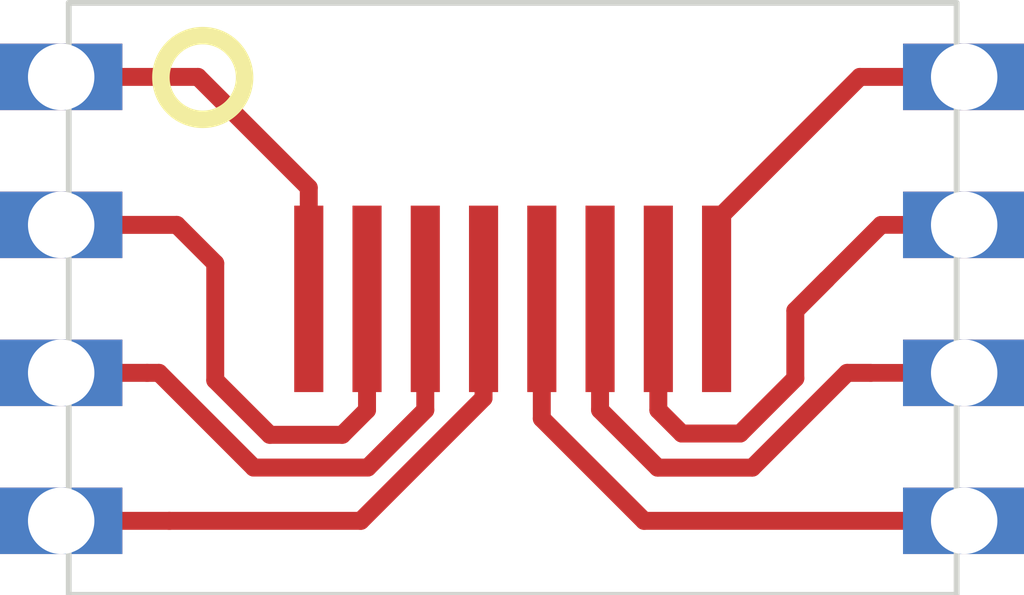
<source format=kicad_pcb>
(kicad_pcb (version 20171130) (host pcbnew 5.1.4+dfsg1-2)

  (general
    (thickness 0.6)
    (drawings 4)
    (tracks 40)
    (zones 0)
    (modules 2)
    (nets 9)
  )

  (page A4)
  (layers
    (0 F.Cu signal)
    (31 B.Cu signal)
    (32 B.Adhes user)
    (33 F.Adhes user)
    (34 B.Paste user)
    (35 F.Paste user)
    (36 B.SilkS user)
    (37 F.SilkS user)
    (38 B.Mask user)
    (39 F.Mask user)
    (40 Dwgs.User user)
    (41 Cmts.User user)
    (42 Eco1.User user)
    (43 Eco2.User user)
    (44 Edge.Cuts user)
    (45 Margin user)
    (46 B.CrtYd user)
    (47 F.CrtYd user)
    (48 B.Fab user)
    (49 F.Fab user)
  )

  (setup
    (last_trace_width 0.154)
    (user_trace_width 0.154)
    (trace_clearance 0.127)
    (zone_clearance 0.508)
    (zone_45_only no)
    (trace_min 0.127)
    (via_size 0.8)
    (via_drill 0.4)
    (via_min_size 0.4)
    (via_min_drill 0.3)
    (uvia_size 0.3)
    (uvia_drill 0.1)
    (uvias_allowed no)
    (uvia_min_size 0.2)
    (uvia_min_drill 0.1)
    (edge_width 0.05)
    (segment_width 0.2)
    (pcb_text_width 0.3)
    (pcb_text_size 1.5 1.5)
    (mod_edge_width 0.12)
    (mod_text_size 1 1)
    (mod_text_width 0.15)
    (pad_size 1.524 1.524)
    (pad_drill 0.762)
    (pad_to_mask_clearance 0.051)
    (solder_mask_min_width 0.25)
    (aux_axis_origin 0 0)
    (visible_elements FFFFFF7F)
    (pcbplotparams
      (layerselection 0x010fc_ffffffff)
      (usegerberextensions false)
      (usegerberattributes false)
      (usegerberadvancedattributes false)
      (creategerberjobfile false)
      (excludeedgelayer true)
      (linewidth 0.150000)
      (plotframeref false)
      (viasonmask false)
      (mode 1)
      (useauxorigin false)
      (hpglpennumber 1)
      (hpglpenspeed 20)
      (hpglpendiameter 15.000000)
      (psnegative false)
      (psa4output false)
      (plotreference true)
      (plotvalue true)
      (plotinvisibletext false)
      (padsonsilk false)
      (subtractmaskfromsilk false)
      (outputformat 1)
      (mirror false)
      (drillshape 1)
      (scaleselection 1)
      (outputdirectory ""))
  )

  (net 0 "")
  (net 1 "Net-(J1-Pad8)")
  (net 2 "Net-(J1-Pad7)")
  (net 3 "Net-(J1-Pad6)")
  (net 4 "Net-(J1-Pad5)")
  (net 5 "Net-(J1-Pad4)")
  (net 6 "Net-(J1-Pad3)")
  (net 7 "Net-(J1-Pad2)")
  (net 8 "Net-(J1-Pad1)")

  (net_class Default "This is the default net class."
    (clearance 0.127)
    (trace_width 0.127)
    (via_dia 0.8)
    (via_drill 0.4)
    (uvia_dia 0.3)
    (uvia_drill 0.1)
    (add_net "Net-(J1-Pad1)")
    (add_net "Net-(J1-Pad2)")
    (add_net "Net-(J1-Pad3)")
    (add_net "Net-(J1-Pad4)")
    (add_net "Net-(J1-Pad5)")
    (add_net "Net-(J1-Pad6)")
    (add_net "Net-(J1-Pad7)")
    (add_net "Net-(J1-Pad8)")
  )

  (module fpc-solderdown:FPC_8 (layer F.Cu) (tedit 5DBC090B) (tstamp 5DBC53C0)
    (at 148.59 113.03)
    (path /5DBC06C6)
    (attr smd)
    (fp_text reference J1 (at 0 1.95) (layer F.SilkS) hide
      (effects (font (size 1 1) (thickness 0.15)))
    )
    (fp_text value Conn_01x08 (at 0 3.1) (layer F.Fab) hide
      (effects (font (size 1 1) (thickness 0.15)))
    )
    (pad 8 smd rect (at 1.75 0) (size 0.25 1.6) (layers F.Cu F.Paste F.Mask)
      (net 1 "Net-(J1-Pad8)"))
    (pad 7 smd rect (at 1.25 0) (size 0.25 1.6) (layers F.Cu F.Paste F.Mask)
      (net 2 "Net-(J1-Pad7)"))
    (pad 6 smd rect (at 0.75 0) (size 0.25 1.6) (layers F.Cu F.Paste F.Mask)
      (net 3 "Net-(J1-Pad6)"))
    (pad 5 smd rect (at 0.25 0) (size 0.25 1.6) (layers F.Cu F.Paste F.Mask)
      (net 4 "Net-(J1-Pad5)"))
    (pad 4 smd rect (at -0.25 0) (size 0.25 1.6) (layers F.Cu F.Paste F.Mask)
      (net 5 "Net-(J1-Pad4)"))
    (pad 3 smd rect (at -0.75 0) (size 0.25 1.6) (layers F.Cu F.Paste F.Mask)
      (net 6 "Net-(J1-Pad3)"))
    (pad 2 smd rect (at -1.25 0) (size 0.25 1.6) (layers F.Cu F.Paste F.Mask)
      (net 7 "Net-(J1-Pad2)"))
    (pad 1 smd rect (at -1.75 0) (size 0.25 1.6) (layers F.Cu F.Paste F.Mask)
      (net 8 "Net-(J1-Pad1)"))
  )

  (module wson8-8x6mm:wson8-8x6mm (layer F.Cu) (tedit 5DBC00CB) (tstamp 5DBC50DA)
    (at 148.59 113.03)
    (path /5DBBFE26)
    (fp_text reference U1 (at 0 0) (layer F.SilkS) hide
      (effects (font (size 1 1) (thickness 0.15)))
    )
    (fp_text value spinor (at 0 -3.5) (layer F.Fab) hide
      (effects (font (size 1 1) (thickness 0.15)))
    )
    (fp_line (start 3.25 -2.5) (end -3.25 -2.5) (layer F.CrtYd) (width 0.12))
    (fp_line (start 3.25 2.5) (end 3.25 -2.5) (layer F.CrtYd) (width 0.12))
    (fp_line (start -3.25 2.5) (end 3.25 2.5) (layer F.CrtYd) (width 0.12))
    (fp_line (start -3.25 -2.5) (end -3.25 2.5) (layer F.CrtYd) (width 0.12))
    (fp_circle (center -2.66 -1.9) (end -2.30079 -1.9) (layer F.SilkS) (width 0.15))
    (pad 8 thru_hole rect (at 3.875 -1.905) (size 1.05 0.57) (drill 0.57) (layers *.Cu *.Mask)
      (net 1 "Net-(J1-Pad8)"))
    (pad 7 thru_hole rect (at 3.875 -0.635) (size 1.05 0.57) (drill 0.57) (layers *.Cu *.Mask)
      (net 2 "Net-(J1-Pad7)"))
    (pad 6 thru_hole rect (at 3.875 0.635) (size 1.05 0.57) (drill 0.57) (layers *.Cu *.Mask)
      (net 3 "Net-(J1-Pad6)"))
    (pad 5 thru_hole rect (at 3.875 1.905) (size 1.05 0.57) (drill 0.57) (layers *.Cu *.Mask)
      (net 4 "Net-(J1-Pad5)"))
    (pad 4 thru_hole rect (at -3.875 1.905) (size 1.05 0.57) (drill 0.57) (layers *.Cu *.Mask)
      (net 5 "Net-(J1-Pad4)"))
    (pad 3 thru_hole rect (at -3.875 0.635) (size 1.05 0.57) (drill 0.57) (layers *.Cu *.Mask)
      (net 6 "Net-(J1-Pad3)"))
    (pad 2 thru_hole rect (at -3.875 -0.635) (size 1.05 0.57) (drill 0.57) (layers *.Cu *.Mask)
      (net 7 "Net-(J1-Pad2)"))
    (pad 1 thru_hole rect (at -3.875 -1.905) (size 1.05 0.57) (drill 0.57) (layers *.Cu *.Mask)
      (net 8 "Net-(J1-Pad1)"))
    (model ${KIPRJMOD}/3d/wson8/wson8.STEP
      (offset (xyz 0 0.27 0.6899999999999999))
      (scale (xyz 1.2 1 1.05))
      (rotate (xyz -90 0 0))
    )
  )

  (gr_line (start 152.4 110.49) (end 144.78 110.49) (layer Edge.Cuts) (width 0.05) (tstamp 5DBC50EB))
  (gr_line (start 152.4 115.57) (end 152.4 110.49) (layer Edge.Cuts) (width 0.05))
  (gr_line (start 144.78 115.57) (end 152.4 115.57) (layer Edge.Cuts) (width 0.05))
  (gr_line (start 144.78 110.49) (end 144.78 115.57) (layer Edge.Cuts) (width 0.05))

  (segment (start 151.57 111.125) (end 152.17099 111.125) (width 0.154) (layer F.Cu) (net 1))
  (segment (start 150.34 113.03) (end 150.34 112.355) (width 0.154) (layer F.Cu) (net 1))
  (segment (start 150.34 112.355) (end 151.57 111.125) (width 0.154) (layer F.Cu) (net 1))
  (segment (start 151.7523 112.395) (end 152.14639 112.395) (width 0.1524) (layer F.Cu) (net 2))
  (segment (start 151.2824 112.8649) (end 151.7523 112.395) (width 0.1524) (layer F.Cu) (net 2))
  (segment (start 151.0157 113.1316) (end 151.2824 112.8649) (width 0.154) (layer F.Cu) (net 2))
  (segment (start 149.84 113.984) (end 150.0417 114.1857) (width 0.154) (layer F.Cu) (net 2))
  (segment (start 150.0417 114.1857) (end 150.542092 114.1857) (width 0.154) (layer F.Cu) (net 2))
  (segment (start 149.84 113.03) (end 149.84 113.984) (width 0.154) (layer F.Cu) (net 2))
  (segment (start 150.542092 114.1857) (end 151.0157 113.712092) (width 0.154) (layer F.Cu) (net 2))
  (segment (start 151.0157 113.712092) (end 151.0157 113.1316) (width 0.154) (layer F.Cu) (net 2))
  (segment (start 151.6634 113.665) (end 152.14639 113.665) (width 0.1524) (layer F.Cu) (net 3))
  (segment (start 149.83461 114.47861) (end 150.64659 114.47861) (width 0.154) (layer F.Cu) (net 3))
  (segment (start 149.34 113.984) (end 149.83461 114.47861) (width 0.154) (layer F.Cu) (net 3))
  (segment (start 150.64659 114.47861) (end 151.4602 113.665) (width 0.154) (layer F.Cu) (net 3))
  (segment (start 149.34 113.03) (end 149.34 113.984) (width 0.154) (layer F.Cu) (net 3))
  (segment (start 151.4602 113.665) (end 151.6634 113.665) (width 0.154) (layer F.Cu) (net 3))
  (segment (start 148.84 114.057276) (end 149.717724 114.935) (width 0.154) (layer F.Cu) (net 4))
  (segment (start 148.84 113.03) (end 148.84 114.057276) (width 0.154) (layer F.Cu) (net 4))
  (segment (start 149.717724 114.935) (end 152.17099 114.935) (width 0.154) (layer F.Cu) (net 4))
  (segment (start 147.286411 114.935) (end 145.6436 114.935) (width 0.154) (layer F.Cu) (net 5))
  (segment (start 148.34 113.881411) (end 147.286411 114.935) (width 0.154) (layer F.Cu) (net 5))
  (segment (start 148.34 113.03) (end 148.34 113.881411) (width 0.154) (layer F.Cu) (net 5))
  (segment (start 145.6436 114.935) (end 145.00901 114.935) (width 0.154) (layer F.Cu) (net 5))
  (segment (start 146.3675 114.4778) (end 145.5547 113.665) (width 0.154) (layer F.Cu) (net 6))
  (segment (start 145.5547 113.665) (end 145.4531 113.665) (width 0.154) (layer F.Cu) (net 6))
  (segment (start 147.84 113.03) (end 147.84 113.984) (width 0.154) (layer F.Cu) (net 6))
  (segment (start 147.84 113.984) (end 147.3462 114.4778) (width 0.154) (layer F.Cu) (net 6))
  (segment (start 145.4531 113.665) (end 145.00901 113.665) (width 0.154) (layer F.Cu) (net 6))
  (segment (start 147.3462 114.4778) (end 146.3675 114.4778) (width 0.154) (layer F.Cu) (net 6))
  (segment (start 145.7071 112.395) (end 145.00901 112.395) (width 0.154) (layer F.Cu) (net 7))
  (segment (start 147.34 113.984) (end 147.127211 114.196789) (width 0.154) (layer F.Cu) (net 7))
  (segment (start 146.0373 112.7252) (end 145.7071 112.395) (width 0.154) (layer F.Cu) (net 7))
  (segment (start 147.34 113.03) (end 147.34 113.984) (width 0.154) (layer F.Cu) (net 7))
  (segment (start 147.127211 114.196789) (end 146.505589 114.196789) (width 0.154) (layer F.Cu) (net 7))
  (segment (start 146.505589 114.196789) (end 146.0373 113.7285) (width 0.154) (layer F.Cu) (net 7))
  (segment (start 146.0373 113.7285) (end 146.0373 112.7252) (width 0.154) (layer F.Cu) (net 7))
  (segment (start 145.889 111.125) (end 145.00901 111.125) (width 0.154) (layer F.Cu) (net 8))
  (segment (start 146.84 113.03) (end 146.84 112.076) (width 0.154) (layer F.Cu) (net 8))
  (segment (start 146.84 112.076) (end 145.889 111.125) (width 0.154) (layer F.Cu) (net 8))

)

</source>
